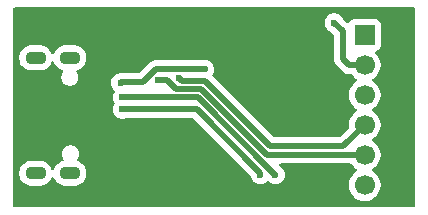
<source format=gbr>
%TF.GenerationSoftware,KiCad,Pcbnew,9.0.5*%
%TF.CreationDate,2025-12-13T22:10:15+05:30*%
%TF.ProjectId,Serial-Basic-CH340C-and-USBC,53657269-616c-42d4-9261-7369632d4348,V1.2*%
%TF.SameCoordinates,Original*%
%TF.FileFunction,Copper,L2,Bot*%
%TF.FilePolarity,Positive*%
%FSLAX46Y46*%
G04 Gerber Fmt 4.6, Leading zero omitted, Abs format (unit mm)*
G04 Created by KiCad (PCBNEW 9.0.5) date 2025-12-13 22:10:15*
%MOMM*%
%LPD*%
G01*
G04 APERTURE LIST*
%TA.AperFunction,ComponentPad*%
%ADD10O,1.800000X1.100000*%
%TD*%
%TA.AperFunction,ComponentPad*%
%ADD11R,1.700000X1.700000*%
%TD*%
%TA.AperFunction,ComponentPad*%
%ADD12C,1.700000*%
%TD*%
%TA.AperFunction,ViaPad*%
%ADD13C,0.600000*%
%TD*%
%TA.AperFunction,Conductor*%
%ADD14C,0.500000*%
%TD*%
G04 APERTURE END LIST*
D10*
%TO.P,U3,7,SHELL*%
%TO.N,GND*%
X154030000Y-107760000D03*
X151130000Y-107760000D03*
X154030000Y-117550000D03*
X151130000Y-117550000D03*
%TD*%
D11*
%TO.P,J2,1,Pin_1*%
%TO.N,GND*%
X178992000Y-105843000D03*
D12*
%TO.P,J2,2,Pin_2*%
%TO.N,+5V*%
X178992000Y-108383000D03*
%TO.P,J2,3,Pin_3*%
%TO.N,CTS*%
X178992000Y-110923000D03*
%TO.P,J2,4,Pin_4*%
%TO.N,RX1*%
X178992000Y-113463000D03*
%TO.P,J2,5,Pin_5*%
%TO.N,TX0*%
X178992000Y-116003000D03*
%TO.P,J2,6,Pin_6*%
%TO.N,DTR*%
X178992000Y-118543000D03*
%TD*%
D13*
%TO.N,+5V*%
X176412000Y-104810000D03*
X158323000Y-109879000D03*
X165436000Y-108759000D03*
%TO.N,RX1*%
X163264000Y-109481000D03*
%TO.N,TX0*%
X161471000Y-109654000D03*
%TO.N,D-*%
X171437000Y-117666000D03*
X158466000Y-111115000D03*
%TO.N,D+*%
X170163000Y-117655000D03*
X158459000Y-112141000D03*
%TD*%
D14*
%TO.N,+5V*%
X177143000Y-107856000D02*
X177670000Y-108383000D01*
X165436000Y-108759000D02*
X165407000Y-108730000D01*
X165407000Y-108730000D02*
X161317000Y-108730000D01*
X177670000Y-108383000D02*
X178992000Y-108383000D01*
X177143000Y-105541000D02*
X177143000Y-107856000D01*
X176412000Y-104810000D02*
X177143000Y-105541000D01*
X158382000Y-109820000D02*
X158323000Y-109879000D01*
X161317000Y-108730000D02*
X160227000Y-109820000D01*
X160227000Y-109820000D02*
X158382000Y-109820000D01*
%TO.N,RX1*%
X178992000Y-113463000D02*
X177191000Y-115264000D01*
X177191000Y-115264000D02*
X171017728Y-115264000D01*
X171017728Y-115264000D02*
X165458728Y-109705000D01*
X165458728Y-109705000D02*
X163488000Y-109705000D01*
X163488000Y-109705000D02*
X163264000Y-109481000D01*
%TO.N,TX0*%
X178958000Y-115969000D02*
X170731364Y-115969000D01*
X162266000Y-109654000D02*
X161471000Y-109654000D01*
X163018000Y-110406000D02*
X162266000Y-109654000D01*
X165168364Y-110406000D02*
X163018000Y-110406000D01*
X178992000Y-116003000D02*
X178958000Y-115969000D01*
X170731364Y-115969000D02*
X165168364Y-110406000D01*
%TO.N,D-*%
X171437000Y-117666000D02*
X164878000Y-111107000D01*
X164878000Y-111107000D02*
X158474000Y-111107000D01*
X158474000Y-111107000D02*
X158466000Y-111115000D01*
%TO.N,D+*%
X170163000Y-117655000D02*
X170163000Y-117533000D01*
X164771000Y-112141000D02*
X158459000Y-112141000D01*
X170163000Y-117533000D02*
X164771000Y-112141000D01*
%TD*%
%TA.AperFunction,NonConductor*%
G36*
X183203539Y-103533185D02*
G01*
X183249294Y-103585989D01*
X183260500Y-103637500D01*
X183260500Y-120273500D01*
X183240815Y-120340539D01*
X183188011Y-120386294D01*
X183136500Y-120397500D01*
X149354500Y-120397500D01*
X149287461Y-120377815D01*
X149241706Y-120325011D01*
X149230500Y-120273500D01*
X149230500Y-117446530D01*
X149729500Y-117446530D01*
X149729500Y-117653469D01*
X149769868Y-117856412D01*
X149769870Y-117856420D01*
X149849058Y-118047596D01*
X149964024Y-118219657D01*
X150110342Y-118365975D01*
X150110345Y-118365977D01*
X150282402Y-118480941D01*
X150473580Y-118560130D01*
X150676530Y-118600499D01*
X150676534Y-118600500D01*
X150676535Y-118600500D01*
X151583466Y-118600500D01*
X151583467Y-118600499D01*
X151786420Y-118560130D01*
X151977598Y-118480941D01*
X152149655Y-118365977D01*
X152295977Y-118219655D01*
X152410941Y-118047598D01*
X152465439Y-117916026D01*
X152509280Y-117861625D01*
X152575574Y-117839560D01*
X152643273Y-117856839D01*
X152690884Y-117907976D01*
X152694561Y-117916028D01*
X152749058Y-118047596D01*
X152864024Y-118219657D01*
X153010342Y-118365975D01*
X153010345Y-118365977D01*
X153182402Y-118480941D01*
X153373580Y-118560130D01*
X153576530Y-118600499D01*
X153576534Y-118600500D01*
X153576535Y-118600500D01*
X154483466Y-118600500D01*
X154483467Y-118600499D01*
X154686420Y-118560130D01*
X154877598Y-118480941D01*
X155049655Y-118365977D01*
X155195977Y-118219655D01*
X155310941Y-118047598D01*
X155390130Y-117856420D01*
X155430500Y-117653465D01*
X155430500Y-117446535D01*
X155390130Y-117243580D01*
X155310941Y-117052402D01*
X155195977Y-116880345D01*
X155195975Y-116880342D01*
X155049657Y-116734024D01*
X154877595Y-116619057D01*
X154694371Y-116543163D01*
X154639968Y-116499322D01*
X154617903Y-116433027D01*
X154635182Y-116365328D01*
X154638722Y-116359711D01*
X154712929Y-116248653D01*
X154767619Y-116116620D01*
X154795500Y-115976455D01*
X154795500Y-115833545D01*
X154795500Y-115833542D01*
X154767620Y-115693385D01*
X154767619Y-115693384D01*
X154767619Y-115693380D01*
X154712929Y-115561347D01*
X154712928Y-115561346D01*
X154712925Y-115561340D01*
X154633532Y-115442521D01*
X154633529Y-115442517D01*
X154532482Y-115341470D01*
X154532478Y-115341467D01*
X154413659Y-115262074D01*
X154413650Y-115262069D01*
X154281620Y-115207381D01*
X154281614Y-115207379D01*
X154141457Y-115179500D01*
X154141455Y-115179500D01*
X153998545Y-115179500D01*
X153998543Y-115179500D01*
X153858385Y-115207379D01*
X153858379Y-115207381D01*
X153726349Y-115262069D01*
X153726340Y-115262074D01*
X153607521Y-115341467D01*
X153607517Y-115341470D01*
X153506470Y-115442517D01*
X153506467Y-115442521D01*
X153427074Y-115561340D01*
X153427069Y-115561349D01*
X153372381Y-115693379D01*
X153372379Y-115693385D01*
X153344500Y-115833542D01*
X153344500Y-115833545D01*
X153344500Y-115976455D01*
X153344500Y-115976457D01*
X153344499Y-115976457D01*
X153372379Y-116116614D01*
X153372381Y-116116620D01*
X153427069Y-116248650D01*
X153427074Y-116248659D01*
X153489449Y-116342009D01*
X153510327Y-116408687D01*
X153491842Y-116476067D01*
X153439864Y-116522757D01*
X153410541Y-116532517D01*
X153373583Y-116539869D01*
X153373579Y-116539870D01*
X153182403Y-116619058D01*
X153010342Y-116734024D01*
X152864024Y-116880342D01*
X152749057Y-117052403D01*
X152694561Y-117183971D01*
X152650720Y-117238374D01*
X152584426Y-117260439D01*
X152516726Y-117243160D01*
X152469116Y-117192022D01*
X152465439Y-117183971D01*
X152410942Y-117052403D01*
X152295975Y-116880342D01*
X152149657Y-116734024D01*
X152063626Y-116676541D01*
X151977598Y-116619059D01*
X151977593Y-116619057D01*
X151786420Y-116539870D01*
X151786412Y-116539868D01*
X151583469Y-116499500D01*
X151583465Y-116499500D01*
X150676535Y-116499500D01*
X150676530Y-116499500D01*
X150473587Y-116539868D01*
X150473579Y-116539870D01*
X150282403Y-116619058D01*
X150110342Y-116734024D01*
X149964024Y-116880342D01*
X149849058Y-117052403D01*
X149769870Y-117243579D01*
X149769868Y-117243587D01*
X149729500Y-117446530D01*
X149230500Y-117446530D01*
X149230500Y-107656530D01*
X149729500Y-107656530D01*
X149729500Y-107863469D01*
X149769868Y-108066412D01*
X149769870Y-108066420D01*
X149849058Y-108257596D01*
X149964024Y-108429657D01*
X150110342Y-108575975D01*
X150110345Y-108575977D01*
X150282402Y-108690941D01*
X150473580Y-108770130D01*
X150676530Y-108810499D01*
X150676534Y-108810500D01*
X150676535Y-108810500D01*
X151583466Y-108810500D01*
X151583467Y-108810499D01*
X151786420Y-108770130D01*
X151977598Y-108690941D01*
X152149655Y-108575977D01*
X152295977Y-108429655D01*
X152410941Y-108257598D01*
X152465439Y-108126026D01*
X152509280Y-108071625D01*
X152575574Y-108049560D01*
X152643273Y-108066839D01*
X152690884Y-108117976D01*
X152694556Y-108126018D01*
X152729962Y-108211495D01*
X152749058Y-108257596D01*
X152864024Y-108429657D01*
X153010342Y-108575975D01*
X153010345Y-108575977D01*
X153182402Y-108690941D01*
X153373580Y-108770130D01*
X153375218Y-108770455D01*
X153375997Y-108770863D01*
X153379412Y-108771899D01*
X153379215Y-108772546D01*
X153437132Y-108802833D01*
X153471713Y-108863545D01*
X153467981Y-108933315D01*
X153454143Y-108960965D01*
X153387073Y-109061342D01*
X153387072Y-109061345D01*
X153387071Y-109061347D01*
X153379966Y-109078500D01*
X153332381Y-109193379D01*
X153332379Y-109193385D01*
X153304500Y-109333542D01*
X153304500Y-109333545D01*
X153304500Y-109476455D01*
X153304500Y-109476457D01*
X153304499Y-109476457D01*
X153332379Y-109616614D01*
X153332381Y-109616620D01*
X153387069Y-109748650D01*
X153387074Y-109748659D01*
X153466467Y-109867478D01*
X153466470Y-109867482D01*
X153567517Y-109968529D01*
X153567521Y-109968532D01*
X153686340Y-110047925D01*
X153686346Y-110047928D01*
X153686347Y-110047929D01*
X153818380Y-110102619D01*
X153818384Y-110102619D01*
X153818385Y-110102620D01*
X153958542Y-110130500D01*
X153958545Y-110130500D01*
X154101457Y-110130500D01*
X154195751Y-110111742D01*
X154241620Y-110102619D01*
X154373653Y-110047929D01*
X154492479Y-109968532D01*
X154593532Y-109867479D01*
X154638518Y-109800153D01*
X157522500Y-109800153D01*
X157522500Y-109957846D01*
X157553261Y-110112489D01*
X157553264Y-110112501D01*
X157613602Y-110258172D01*
X157613609Y-110258185D01*
X157701210Y-110389288D01*
X157701213Y-110389292D01*
X157801260Y-110489339D01*
X157834745Y-110550662D01*
X157829761Y-110620354D01*
X157816681Y-110645911D01*
X157756609Y-110735814D01*
X157756602Y-110735827D01*
X157696264Y-110881498D01*
X157696261Y-110881510D01*
X157665500Y-111036153D01*
X157665500Y-111193846D01*
X157696261Y-111348489D01*
X157696264Y-111348501D01*
X157756602Y-111494171D01*
X157756608Y-111494182D01*
X157796491Y-111553872D01*
X157817368Y-111620550D01*
X157798883Y-111687930D01*
X157796490Y-111691653D01*
X157749609Y-111761814D01*
X157749602Y-111761827D01*
X157689264Y-111907498D01*
X157689261Y-111907510D01*
X157658500Y-112062153D01*
X157658500Y-112219846D01*
X157689261Y-112374489D01*
X157689264Y-112374501D01*
X157749602Y-112520172D01*
X157749609Y-112520185D01*
X157837210Y-112651288D01*
X157837213Y-112651292D01*
X157948707Y-112762786D01*
X157948711Y-112762789D01*
X158079814Y-112850390D01*
X158079827Y-112850397D01*
X158179060Y-112891500D01*
X158225503Y-112910737D01*
X158380153Y-112941499D01*
X158380156Y-112941500D01*
X158380158Y-112941500D01*
X158537844Y-112941500D01*
X158537845Y-112941499D01*
X158614152Y-112926320D01*
X158692488Y-112910739D01*
X158692489Y-112910738D01*
X158692497Y-112910737D01*
X158716155Y-112900937D01*
X158763604Y-112891500D01*
X164408770Y-112891500D01*
X164475809Y-112911185D01*
X164496451Y-112927819D01*
X169350806Y-117782173D01*
X169384291Y-117843496D01*
X169384742Y-117845662D01*
X169393261Y-117888491D01*
X169393264Y-117888501D01*
X169453602Y-118034172D01*
X169453609Y-118034185D01*
X169541210Y-118165288D01*
X169541213Y-118165292D01*
X169652707Y-118276786D01*
X169652711Y-118276789D01*
X169783814Y-118364390D01*
X169783827Y-118364397D01*
X169929498Y-118424735D01*
X169929503Y-118424737D01*
X170084153Y-118455499D01*
X170084156Y-118455500D01*
X170084158Y-118455500D01*
X170241844Y-118455500D01*
X170241845Y-118455499D01*
X170396497Y-118424737D01*
X170542179Y-118364394D01*
X170673289Y-118276789D01*
X170673292Y-118276786D01*
X170706819Y-118243260D01*
X170768142Y-118209775D01*
X170837834Y-118214759D01*
X170882181Y-118243260D01*
X170926707Y-118287786D01*
X170926711Y-118287789D01*
X171057814Y-118375390D01*
X171057827Y-118375397D01*
X171203498Y-118435735D01*
X171203503Y-118435737D01*
X171302853Y-118455499D01*
X171358153Y-118466499D01*
X171358156Y-118466500D01*
X171358158Y-118466500D01*
X171515844Y-118466500D01*
X171515845Y-118466499D01*
X171670497Y-118435737D01*
X171816179Y-118375394D01*
X171947289Y-118287789D01*
X172058789Y-118176289D01*
X172146394Y-118045179D01*
X172206737Y-117899497D01*
X172237500Y-117744842D01*
X172237500Y-117587158D01*
X172237500Y-117587155D01*
X172237499Y-117587153D01*
X172206738Y-117432510D01*
X172206737Y-117432503D01*
X172186433Y-117383484D01*
X172146397Y-117286827D01*
X172146390Y-117286814D01*
X172058789Y-117155711D01*
X172058786Y-117155707D01*
X171947292Y-117044213D01*
X171947288Y-117044210D01*
X171816185Y-116956609D01*
X171810809Y-116953736D01*
X171811867Y-116951754D01*
X171765291Y-116914223D01*
X171743224Y-116847929D01*
X171760502Y-116780229D01*
X171811638Y-116732617D01*
X171867145Y-116719500D01*
X177780077Y-116719500D01*
X177847116Y-116739185D01*
X177880392Y-116770612D01*
X177936567Y-116847929D01*
X177961896Y-116882792D01*
X178112213Y-117033109D01*
X178284182Y-117158050D01*
X178292946Y-117162516D01*
X178343742Y-117210491D01*
X178360536Y-117278312D01*
X178337998Y-117344447D01*
X178292946Y-117383484D01*
X178284182Y-117387949D01*
X178112213Y-117512890D01*
X177961890Y-117663213D01*
X177836951Y-117835179D01*
X177740444Y-118024585D01*
X177674753Y-118226760D01*
X177641500Y-118436713D01*
X177641500Y-118649286D01*
X177674753Y-118859239D01*
X177740444Y-119061414D01*
X177836951Y-119250820D01*
X177961890Y-119422786D01*
X178112213Y-119573109D01*
X178284179Y-119698048D01*
X178284181Y-119698049D01*
X178284184Y-119698051D01*
X178473588Y-119794557D01*
X178675757Y-119860246D01*
X178885713Y-119893500D01*
X178885714Y-119893500D01*
X179098286Y-119893500D01*
X179098287Y-119893500D01*
X179308243Y-119860246D01*
X179510412Y-119794557D01*
X179699816Y-119698051D01*
X179721789Y-119682086D01*
X179871786Y-119573109D01*
X179871788Y-119573106D01*
X179871792Y-119573104D01*
X180022104Y-119422792D01*
X180022106Y-119422788D01*
X180022109Y-119422786D01*
X180147048Y-119250820D01*
X180147047Y-119250820D01*
X180147051Y-119250816D01*
X180243557Y-119061412D01*
X180309246Y-118859243D01*
X180342500Y-118649287D01*
X180342500Y-118436713D01*
X180309246Y-118226757D01*
X180243557Y-118024588D01*
X180147051Y-117835184D01*
X180147049Y-117835181D01*
X180147048Y-117835179D01*
X180022109Y-117663213D01*
X179871786Y-117512890D01*
X179699820Y-117387951D01*
X179699115Y-117387591D01*
X179691054Y-117383485D01*
X179640259Y-117335512D01*
X179623463Y-117267692D01*
X179645999Y-117201556D01*
X179691054Y-117162515D01*
X179699816Y-117158051D01*
X179721789Y-117142086D01*
X179871786Y-117033109D01*
X179871788Y-117033106D01*
X179871792Y-117033104D01*
X180022104Y-116882792D01*
X180022106Y-116882788D01*
X180022109Y-116882786D01*
X180147048Y-116710820D01*
X180147047Y-116710820D01*
X180147051Y-116710816D01*
X180243557Y-116521412D01*
X180309246Y-116319243D01*
X180342500Y-116109287D01*
X180342500Y-115896713D01*
X180309246Y-115686757D01*
X180243557Y-115484588D01*
X180147051Y-115295184D01*
X180147049Y-115295181D01*
X180147048Y-115295179D01*
X180022109Y-115123213D01*
X179871786Y-114972890D01*
X179699820Y-114847951D01*
X179699115Y-114847591D01*
X179691054Y-114843485D01*
X179640259Y-114795512D01*
X179623463Y-114727692D01*
X179645999Y-114661556D01*
X179691054Y-114622515D01*
X179699816Y-114618051D01*
X179721789Y-114602086D01*
X179871786Y-114493109D01*
X179871788Y-114493106D01*
X179871792Y-114493104D01*
X180022104Y-114342792D01*
X180022106Y-114342788D01*
X180022109Y-114342786D01*
X180147048Y-114170820D01*
X180147047Y-114170820D01*
X180147051Y-114170816D01*
X180243557Y-113981412D01*
X180309246Y-113779243D01*
X180342500Y-113569287D01*
X180342500Y-113356713D01*
X180309246Y-113146757D01*
X180243557Y-112944588D01*
X180147051Y-112755184D01*
X180147049Y-112755181D01*
X180147048Y-112755179D01*
X180022109Y-112583213D01*
X179871786Y-112432890D01*
X179699820Y-112307951D01*
X179699115Y-112307591D01*
X179691054Y-112303485D01*
X179640259Y-112255512D01*
X179623463Y-112187692D01*
X179645999Y-112121556D01*
X179691054Y-112082515D01*
X179699816Y-112078051D01*
X179721789Y-112062086D01*
X179871786Y-111953109D01*
X179871788Y-111953106D01*
X179871792Y-111953104D01*
X180022104Y-111802792D01*
X180022106Y-111802788D01*
X180022109Y-111802786D01*
X180147048Y-111630820D01*
X180147047Y-111630820D01*
X180147051Y-111630816D01*
X180243557Y-111441412D01*
X180309246Y-111239243D01*
X180342500Y-111029287D01*
X180342500Y-110816713D01*
X180309246Y-110606757D01*
X180243557Y-110404588D01*
X180147051Y-110215184D01*
X180147049Y-110215181D01*
X180147048Y-110215179D01*
X180022109Y-110043213D01*
X179871786Y-109892890D01*
X179699820Y-109767951D01*
X179699115Y-109767591D01*
X179691054Y-109763485D01*
X179640259Y-109715512D01*
X179623463Y-109647692D01*
X179645999Y-109581556D01*
X179691054Y-109542515D01*
X179699816Y-109538051D01*
X179752427Y-109499827D01*
X179871786Y-109413109D01*
X179871788Y-109413106D01*
X179871792Y-109413104D01*
X180022104Y-109262792D01*
X180022106Y-109262788D01*
X180022109Y-109262786D01*
X180147048Y-109090820D01*
X180147047Y-109090820D01*
X180147051Y-109090816D01*
X180243557Y-108901412D01*
X180309246Y-108699243D01*
X180342500Y-108489287D01*
X180342500Y-108276713D01*
X180309246Y-108066757D01*
X180243557Y-107864588D01*
X180147051Y-107675184D01*
X180147049Y-107675181D01*
X180147048Y-107675179D01*
X180022109Y-107503213D01*
X179908569Y-107389673D01*
X179875084Y-107328350D01*
X179880068Y-107258658D01*
X179921940Y-107202725D01*
X179952915Y-107185810D01*
X180084331Y-107136796D01*
X180199546Y-107050546D01*
X180285796Y-106935331D01*
X180336091Y-106800483D01*
X180342500Y-106740873D01*
X180342499Y-104945128D01*
X180336449Y-104888846D01*
X180336091Y-104885516D01*
X180285797Y-104750671D01*
X180285793Y-104750664D01*
X180199547Y-104635455D01*
X180199544Y-104635452D01*
X180084335Y-104549206D01*
X180084328Y-104549202D01*
X179949482Y-104498908D01*
X179949483Y-104498908D01*
X179889883Y-104492501D01*
X179889881Y-104492500D01*
X179889873Y-104492500D01*
X179889864Y-104492500D01*
X178094129Y-104492500D01*
X178094123Y-104492501D01*
X178034516Y-104498908D01*
X177899671Y-104549202D01*
X177899664Y-104549206D01*
X177784455Y-104635452D01*
X177784452Y-104635455D01*
X177698206Y-104750664D01*
X177698202Y-104750672D01*
X177688434Y-104776860D01*
X177646561Y-104832793D01*
X177581096Y-104857208D01*
X177512824Y-104842355D01*
X177484572Y-104821205D01*
X177158072Y-104494705D01*
X177131191Y-104454473D01*
X177121397Y-104430828D01*
X177121396Y-104430826D01*
X177121394Y-104430821D01*
X177092324Y-104387315D01*
X177033789Y-104299710D01*
X176922292Y-104188213D01*
X176922288Y-104188210D01*
X176791185Y-104100609D01*
X176791172Y-104100602D01*
X176645501Y-104040264D01*
X176645489Y-104040261D01*
X176490845Y-104009500D01*
X176490842Y-104009500D01*
X176333158Y-104009500D01*
X176333155Y-104009500D01*
X176178510Y-104040261D01*
X176178498Y-104040264D01*
X176032827Y-104100602D01*
X176032814Y-104100609D01*
X175901711Y-104188210D01*
X175901707Y-104188213D01*
X175790213Y-104299707D01*
X175790210Y-104299711D01*
X175702609Y-104430814D01*
X175702602Y-104430827D01*
X175642264Y-104576498D01*
X175642261Y-104576510D01*
X175611500Y-104731153D01*
X175611500Y-104888846D01*
X175642261Y-105043489D01*
X175642264Y-105043501D01*
X175702602Y-105189172D01*
X175702609Y-105189185D01*
X175790210Y-105320288D01*
X175790213Y-105320292D01*
X175901710Y-105431789D01*
X175989315Y-105490324D01*
X176032821Y-105519394D01*
X176032826Y-105519396D01*
X176032828Y-105519397D01*
X176056473Y-105529191D01*
X176096705Y-105556072D01*
X176356181Y-105815548D01*
X176389666Y-105876871D01*
X176392500Y-105903229D01*
X176392500Y-107929918D01*
X176392500Y-107929920D01*
X176392499Y-107929920D01*
X176421340Y-108074907D01*
X176421343Y-108074917D01*
X176477912Y-108211488D01*
X176477920Y-108211503D01*
X176508719Y-108257595D01*
X176508720Y-108257598D01*
X176508721Y-108257598D01*
X176560051Y-108334420D01*
X176560052Y-108334421D01*
X177036132Y-108810499D01*
X177191585Y-108965952D01*
X177225954Y-108988916D01*
X177314505Y-109048084D01*
X177346525Y-109061347D01*
X177451088Y-109104659D01*
X177555894Y-109125506D01*
X177582686Y-109130835D01*
X177596081Y-109133500D01*
X177596082Y-109133500D01*
X177596083Y-109133500D01*
X177743918Y-109133500D01*
X177804779Y-109133500D01*
X177871818Y-109153185D01*
X177905097Y-109184615D01*
X177961892Y-109262788D01*
X178112213Y-109413109D01*
X178284182Y-109538050D01*
X178292946Y-109542516D01*
X178343742Y-109590491D01*
X178360536Y-109658312D01*
X178337998Y-109724447D01*
X178292946Y-109763484D01*
X178284182Y-109767949D01*
X178112213Y-109892890D01*
X177961890Y-110043213D01*
X177836951Y-110215179D01*
X177740444Y-110404585D01*
X177674753Y-110606760D01*
X177654313Y-110735814D01*
X177641500Y-110816713D01*
X177641500Y-111029287D01*
X177674754Y-111239243D01*
X177710254Y-111348501D01*
X177740444Y-111441414D01*
X177836951Y-111630820D01*
X177961890Y-111802786D01*
X178112213Y-111953109D01*
X178284182Y-112078050D01*
X178292946Y-112082516D01*
X178343742Y-112130491D01*
X178360536Y-112198312D01*
X178337998Y-112264447D01*
X178292946Y-112303484D01*
X178284182Y-112307949D01*
X178112213Y-112432890D01*
X177961890Y-112583213D01*
X177836951Y-112755179D01*
X177740444Y-112944585D01*
X177674753Y-113146760D01*
X177641500Y-113356713D01*
X177641500Y-113569292D01*
X177656616Y-113664728D01*
X177647662Y-113734021D01*
X177621824Y-113771807D01*
X176916451Y-114477181D01*
X176855128Y-114510666D01*
X176828770Y-114513500D01*
X171379957Y-114513500D01*
X171312918Y-114493815D01*
X171292276Y-114477181D01*
X166140399Y-109325303D01*
X166106914Y-109263980D01*
X166111898Y-109194288D01*
X166124975Y-109168736D01*
X166145394Y-109138179D01*
X166205737Y-108992497D01*
X166236500Y-108837842D01*
X166236500Y-108680158D01*
X166236500Y-108680155D01*
X166236499Y-108680153D01*
X166215777Y-108575977D01*
X166205737Y-108525503D01*
X166166036Y-108429655D01*
X166145397Y-108379827D01*
X166145390Y-108379814D01*
X166057789Y-108248711D01*
X166057786Y-108248707D01*
X165946292Y-108137213D01*
X165946288Y-108137210D01*
X165815185Y-108049609D01*
X165815172Y-108049602D01*
X165669501Y-107989264D01*
X165669489Y-107989261D01*
X165514845Y-107958500D01*
X165514842Y-107958500D01*
X165357158Y-107958500D01*
X165357156Y-107958500D01*
X165294304Y-107971002D01*
X165263564Y-107977117D01*
X165239374Y-107979500D01*
X161243080Y-107979500D01*
X161098092Y-108008340D01*
X161098082Y-108008343D01*
X160961509Y-108064913D01*
X160961507Y-108064914D01*
X160922221Y-108091165D01*
X160922219Y-108091166D01*
X160838589Y-108147043D01*
X160838584Y-108147047D01*
X159952451Y-109033181D01*
X159891128Y-109066666D01*
X159864770Y-109069500D01*
X158308079Y-109069500D01*
X158279235Y-109075237D01*
X158274817Y-109076116D01*
X158250620Y-109078500D01*
X158244155Y-109078500D01*
X158089510Y-109109261D01*
X158089498Y-109109264D01*
X157943827Y-109169602D01*
X157943814Y-109169609D01*
X157812711Y-109257210D01*
X157812707Y-109257213D01*
X157701213Y-109368707D01*
X157701210Y-109368711D01*
X157613609Y-109499814D01*
X157613602Y-109499827D01*
X157553264Y-109645498D01*
X157553261Y-109645510D01*
X157522500Y-109800153D01*
X154638518Y-109800153D01*
X154672929Y-109748653D01*
X154727619Y-109616620D01*
X154736742Y-109570751D01*
X154755500Y-109476457D01*
X154755500Y-109333542D01*
X154727620Y-109193385D01*
X154727619Y-109193384D01*
X154727619Y-109193380D01*
X154672929Y-109061347D01*
X154672926Y-109061342D01*
X154672925Y-109061340D01*
X154605857Y-108960966D01*
X154584979Y-108894288D01*
X154603463Y-108826908D01*
X154655442Y-108780218D01*
X154684775Y-108770457D01*
X154686420Y-108770130D01*
X154877598Y-108690941D01*
X155049655Y-108575977D01*
X155195977Y-108429655D01*
X155310941Y-108257598D01*
X155390130Y-108066420D01*
X155430500Y-107863465D01*
X155430500Y-107656535D01*
X155390130Y-107453580D01*
X155310941Y-107262402D01*
X155195977Y-107090345D01*
X155195975Y-107090342D01*
X155049657Y-106944024D01*
X154963626Y-106886541D01*
X154877598Y-106829059D01*
X154808607Y-106800482D01*
X154686420Y-106749870D01*
X154686412Y-106749868D01*
X154483469Y-106709500D01*
X154483465Y-106709500D01*
X153576535Y-106709500D01*
X153576530Y-106709500D01*
X153373587Y-106749868D01*
X153373579Y-106749870D01*
X153182403Y-106829058D01*
X153010342Y-106944024D01*
X152864024Y-107090342D01*
X152749057Y-107262403D01*
X152694561Y-107393971D01*
X152650720Y-107448374D01*
X152584426Y-107470439D01*
X152516726Y-107453160D01*
X152469116Y-107402022D01*
X152465439Y-107393971D01*
X152410942Y-107262403D01*
X152295975Y-107090342D01*
X152149657Y-106944024D01*
X152063626Y-106886541D01*
X151977598Y-106829059D01*
X151908607Y-106800482D01*
X151786420Y-106749870D01*
X151786412Y-106749868D01*
X151583469Y-106709500D01*
X151583465Y-106709500D01*
X150676535Y-106709500D01*
X150676530Y-106709500D01*
X150473587Y-106749868D01*
X150473579Y-106749870D01*
X150282403Y-106829058D01*
X150110342Y-106944024D01*
X149964024Y-107090342D01*
X149849058Y-107262403D01*
X149769870Y-107453579D01*
X149769868Y-107453587D01*
X149729500Y-107656530D01*
X149230500Y-107656530D01*
X149230500Y-103637500D01*
X149250185Y-103570461D01*
X149302989Y-103524706D01*
X149354500Y-103513500D01*
X183136500Y-103513500D01*
X183203539Y-103533185D01*
G37*
%TD.AperFunction*%
M02*

</source>
